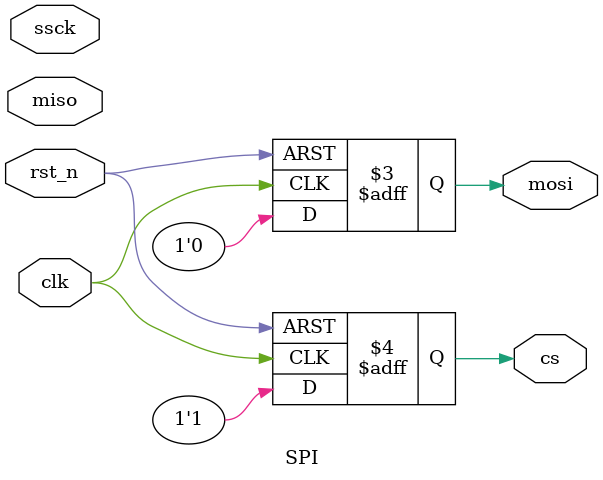
<source format=v>
/*$*$*$*$*$*$*$*$*$*$*$*$*$*$*$*$*$*$*$*$*$*$*$*$*$*$*$*$*$*$*$*$*$*$*$*$*$*$*$*$
 *Name:
 *
 *Time:
 *
 *Author:
 *
 *Describe:
 *                                                                @rainbowsmile-
 *-$-$-$-$-$-$-$-$-$-$-$-$-$-$-$-$-$-$-$-$-$-$-$-$-$-$-$-$-$-$-$-$-$-$-$-$-$-$-*/
`timescale 10ns/10ns
`include "../rtl/macro.v"
module SPI
(
    input                       clk, 
    input                       rst_n,


    
	 input                       ssck, 
    input                       miso, 
	 output      reg             mosi,
	 output      reg             cs
    );

always @(posedge clk or negedge rst_n) begin
    if(rst_n == 1'b0) begin
        mosi <=  1'b1;
        cs <= 1'd0;
    end
    else
        mosi <=  1'b0;
        cs <= 1'd1;
end

endmodule 

</source>
